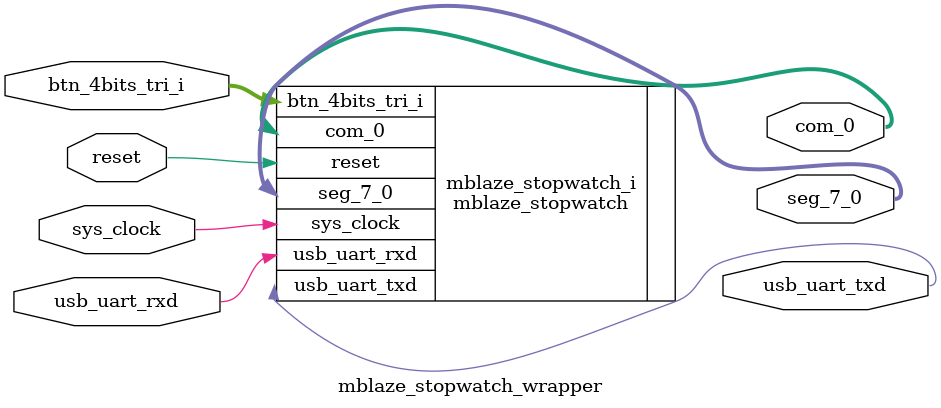
<source format=v>
`timescale 1 ps / 1 ps

module mblaze_stopwatch_wrapper
   (btn_4bits_tri_i,
    com_0,
    reset,
    seg_7_0,
    sys_clock,
    usb_uart_rxd,
    usb_uart_txd);
  input [3:0]btn_4bits_tri_i;
  output [3:0]com_0;
  input reset;
  output [7:0]seg_7_0;
  input sys_clock;
  input usb_uart_rxd;
  output usb_uart_txd;

  wire [3:0]btn_4bits_tri_i;
  wire [3:0]com_0;
  wire reset;
  wire [7:0]seg_7_0;
  wire sys_clock;
  wire usb_uart_rxd;
  wire usb_uart_txd;

  mblaze_stopwatch mblaze_stopwatch_i
       (.btn_4bits_tri_i(btn_4bits_tri_i),
        .com_0(com_0),
        .reset(reset),
        .seg_7_0(seg_7_0),
        .sys_clock(sys_clock),
        .usb_uart_rxd(usb_uart_rxd),
        .usb_uart_txd(usb_uart_txd));
endmodule

</source>
